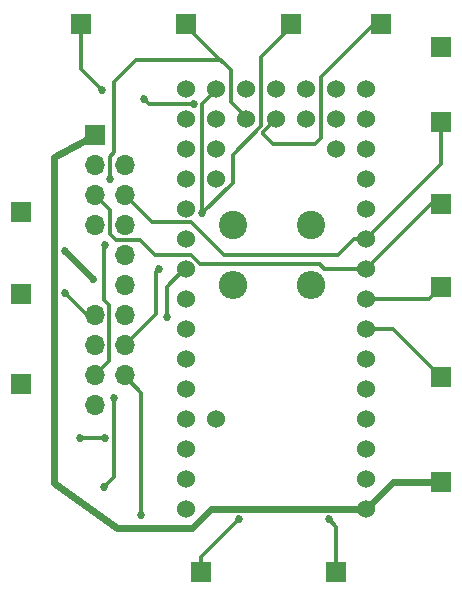
<source format=gbr>
G04 #@! TF.FileFunction,Copper,L2,Bot,Signal*
%FSLAX46Y46*%
G04 Gerber Fmt 4.6, Leading zero omitted, Abs format (unit mm)*
G04 Created by KiCad (PCBNEW 4.0.7-e2-6376~58~ubuntu16.04.1) date Mon Dec 18 21:23:22 2017*
%MOMM*%
%LPD*%
G01*
G04 APERTURE LIST*
%ADD10C,0.100000*%
%ADD11C,1.524000*%
%ADD12C,2.400000*%
%ADD13O,2.400000X2.400000*%
%ADD14R,1.700000X1.700000*%
%ADD15O,1.700000X1.700000*%
%ADD16C,0.685800*%
%ADD17C,0.609600*%
%ADD18C,0.304800*%
G04 APERTURE END LIST*
D10*
D11*
X158102684Y-131216400D03*
X158089600Y-128676400D03*
X158089600Y-126136400D03*
X158102684Y-123597358D03*
X158102684Y-121057358D03*
X158102684Y-118517358D03*
X158102684Y-115977358D03*
X158102684Y-113437358D03*
X158102684Y-110897358D03*
X158102684Y-108357358D03*
X158102684Y-105817358D03*
X158102684Y-103277358D03*
X158102684Y-100737358D03*
X158102684Y-98197358D03*
X158102684Y-95657358D03*
X173342684Y-95657358D03*
X173342684Y-98197358D03*
X173342684Y-100737358D03*
X173342684Y-103277358D03*
X173342684Y-105817358D03*
X173342684Y-108357358D03*
X173342684Y-110897358D03*
X173342684Y-113437358D03*
X173342684Y-115977358D03*
X173342684Y-118517358D03*
X173342684Y-121057358D03*
X173342684Y-123597358D03*
X173342684Y-126137358D03*
X173342684Y-128677358D03*
X173342684Y-131217358D03*
X160642684Y-98197358D03*
X160642684Y-95657358D03*
X163182684Y-98197358D03*
X163182684Y-95657358D03*
X165722684Y-98197358D03*
X165722684Y-95657358D03*
X168262684Y-98197358D03*
X168262684Y-95657358D03*
X170802684Y-98197358D03*
X170802684Y-95657358D03*
X160642684Y-123597358D03*
X160642684Y-103277358D03*
X160642684Y-100737358D03*
X170802684Y-100737358D03*
D12*
X162052000Y-107188000D03*
D13*
X162052000Y-112268000D03*
D12*
X168706800Y-107162600D03*
D13*
X168706800Y-112242600D03*
D14*
X150368000Y-99568000D03*
D15*
X150368000Y-102108000D03*
X152908000Y-102108000D03*
X150368000Y-104648000D03*
X152908000Y-104648000D03*
X150368000Y-107188000D03*
X152908000Y-107188000D03*
X152908000Y-109728000D03*
X152908000Y-112268000D03*
X150368000Y-114808000D03*
X152908000Y-114808000D03*
X150368000Y-117348000D03*
X152908000Y-117348000D03*
X150368000Y-119888000D03*
X152908000Y-119888000D03*
X150368000Y-122428000D03*
D14*
X179705000Y-105410000D03*
X179705000Y-120015000D03*
X144145000Y-106045000D03*
X149225000Y-90170000D03*
X158115000Y-90170000D03*
X179705000Y-128905000D03*
X179705000Y-92075000D03*
X179705000Y-112395000D03*
X174625000Y-90170000D03*
X167005000Y-90170000D03*
X144145000Y-120650000D03*
X159385000Y-136525000D03*
X144145000Y-113030000D03*
X170815000Y-136525000D03*
X179705000Y-98425000D03*
D16*
X147828000Y-109347000D03*
X150241000Y-111760000D03*
X147828000Y-112903000D03*
X149098000Y-125222000D03*
X151257000Y-125222000D03*
X156464000Y-114935000D03*
X170180000Y-132080000D03*
X162560000Y-132080000D03*
X158750000Y-96901000D03*
X154559000Y-96520000D03*
X151003000Y-95758000D03*
X151155400Y-129311400D03*
X151993600Y-121818400D03*
X155829000Y-110871000D03*
X159486600Y-106172000D03*
X151638000Y-103301800D03*
X151231600Y-108864400D03*
X154305000Y-131749800D03*
D17*
X147828000Y-109347000D02*
X150241000Y-111760000D01*
D18*
X147828000Y-112903000D02*
X149733000Y-114808000D01*
X149733000Y-114808000D02*
X150368000Y-114808000D01*
X149098000Y-125222000D02*
X151130000Y-125222000D01*
X151130000Y-125222000D02*
X151257000Y-125222000D01*
X156464000Y-114935000D02*
X156464000Y-112395000D01*
X156464000Y-112395000D02*
X157961642Y-110897358D01*
X157961642Y-110897358D02*
X158102684Y-110897358D01*
X170815000Y-136525000D02*
X170815000Y-132715000D01*
X170815000Y-132715000D02*
X170180000Y-132080000D01*
X173342684Y-115977358D02*
X175667358Y-115977358D01*
X175667358Y-115977358D02*
X179705000Y-120015000D01*
X173342684Y-113437358D02*
X178662642Y-113437358D01*
X178662642Y-113437358D02*
X179705000Y-112395000D01*
X159385000Y-135255000D02*
X162560000Y-132080000D01*
X159385000Y-136525000D02*
X159385000Y-135255000D01*
D17*
X179705000Y-128905000D02*
X175655042Y-128905000D01*
X175655042Y-128905000D02*
X173342684Y-131217358D01*
X173342684Y-131217358D02*
X160222242Y-131217358D01*
X146913600Y-101447600D02*
X150368000Y-99568000D01*
X146913600Y-129032000D02*
X146913600Y-101447600D01*
X152247600Y-132791200D02*
X146913600Y-129032000D01*
X158648400Y-132791200D02*
X152247600Y-132791200D01*
X160222242Y-131217358D02*
X158648400Y-132791200D01*
D18*
X179705000Y-105410000D02*
X178830042Y-105410000D01*
X178830042Y-105410000D02*
X173342684Y-110897358D01*
X173342684Y-110897358D02*
X169825358Y-110897358D01*
X151638000Y-105918000D02*
X150368000Y-104648000D01*
X151638000Y-107950000D02*
X151638000Y-105918000D01*
X152146000Y-108458000D02*
X151638000Y-107950000D01*
X154178000Y-108458000D02*
X152146000Y-108458000D01*
X155448000Y-109728000D02*
X154178000Y-108458000D01*
X158496000Y-109728000D02*
X155448000Y-109728000D01*
X159258000Y-110490000D02*
X158496000Y-109728000D01*
X169418000Y-110490000D02*
X159258000Y-110490000D01*
X169825358Y-110897358D02*
X169418000Y-110490000D01*
X179705000Y-98425000D02*
X179705000Y-101995042D01*
X179705000Y-101995042D02*
X173342684Y-108357358D01*
X173342684Y-108357358D02*
X172312642Y-108357358D01*
X155194000Y-106934000D02*
X152908000Y-104648000D01*
X158496000Y-106934000D02*
X155194000Y-106934000D01*
X161290000Y-109728000D02*
X158496000Y-106934000D01*
X170942000Y-109728000D02*
X161290000Y-109728000D01*
X172312642Y-108357358D02*
X170942000Y-109728000D01*
X149225000Y-90170000D02*
X149225000Y-93980000D01*
X154940000Y-96901000D02*
X158750000Y-96901000D01*
X154559000Y-96520000D02*
X154940000Y-96901000D01*
X149225000Y-93980000D02*
X151003000Y-95758000D01*
X151155400Y-129311400D02*
X151993600Y-128473200D01*
X151993600Y-128473200D02*
X151993600Y-121818400D01*
X167005000Y-90170000D02*
X167005000Y-90424000D01*
X167005000Y-90424000D02*
X164465000Y-92964000D01*
X164465000Y-92964000D02*
X164465000Y-98806000D01*
X164465000Y-98806000D02*
X162052000Y-101219000D01*
X162052000Y-101219000D02*
X162052000Y-103606600D01*
X162052000Y-103606600D02*
X159486600Y-106172000D01*
X160642684Y-95657358D02*
X160642684Y-95744916D01*
X160642684Y-95744916D02*
X159486600Y-96901000D01*
X155575000Y-114681000D02*
X152908000Y-117348000D01*
X155575000Y-111125000D02*
X155575000Y-114681000D01*
X155829000Y-110871000D02*
X155575000Y-111125000D01*
X159486600Y-96901000D02*
X159486600Y-106172000D01*
X158115000Y-90170000D02*
X158115000Y-90297000D01*
X158115000Y-90297000D02*
X161163000Y-93345000D01*
X161163000Y-93345000D02*
X161163000Y-93319600D01*
X163182684Y-98197358D02*
X163182684Y-98006284D01*
X163182684Y-98006284D02*
X161925000Y-96748600D01*
X161925000Y-96748600D02*
X161925000Y-94081600D01*
X161925000Y-94081600D02*
X161163000Y-93319600D01*
X161163000Y-93319600D02*
X161061400Y-93218000D01*
X161061400Y-93218000D02*
X153873200Y-93218000D01*
X153873200Y-93218000D02*
X152019000Y-95072200D01*
X152019000Y-95072200D02*
X152019000Y-101015800D01*
X152019000Y-101015800D02*
X151638000Y-101396800D01*
X151638000Y-101396800D02*
X151638000Y-103301800D01*
X151231600Y-108864400D02*
X151155400Y-108940600D01*
X151155400Y-108940600D02*
X151155400Y-113487200D01*
X151155400Y-113487200D02*
X151612600Y-113944400D01*
X151612600Y-113944400D02*
X151612600Y-118643400D01*
X151612600Y-118643400D02*
X150368000Y-119888000D01*
X174625000Y-90170000D02*
X173990000Y-90170000D01*
X173990000Y-90170000D02*
X169545000Y-94615000D01*
X169545000Y-94615000D02*
X169545000Y-99822000D01*
X169545000Y-99822000D02*
X169037000Y-100330000D01*
X169037000Y-100330000D02*
X165481000Y-100330000D01*
X165481000Y-100330000D02*
X164592000Y-99441000D01*
X164592000Y-99441000D02*
X164592000Y-99328042D01*
X164592000Y-99328042D02*
X165722684Y-98197358D01*
X154305000Y-121361200D02*
X152908000Y-119964200D01*
X154305000Y-131749800D02*
X154305000Y-121361200D01*
X152908000Y-119964200D02*
X152908000Y-119888000D01*
M02*

</source>
